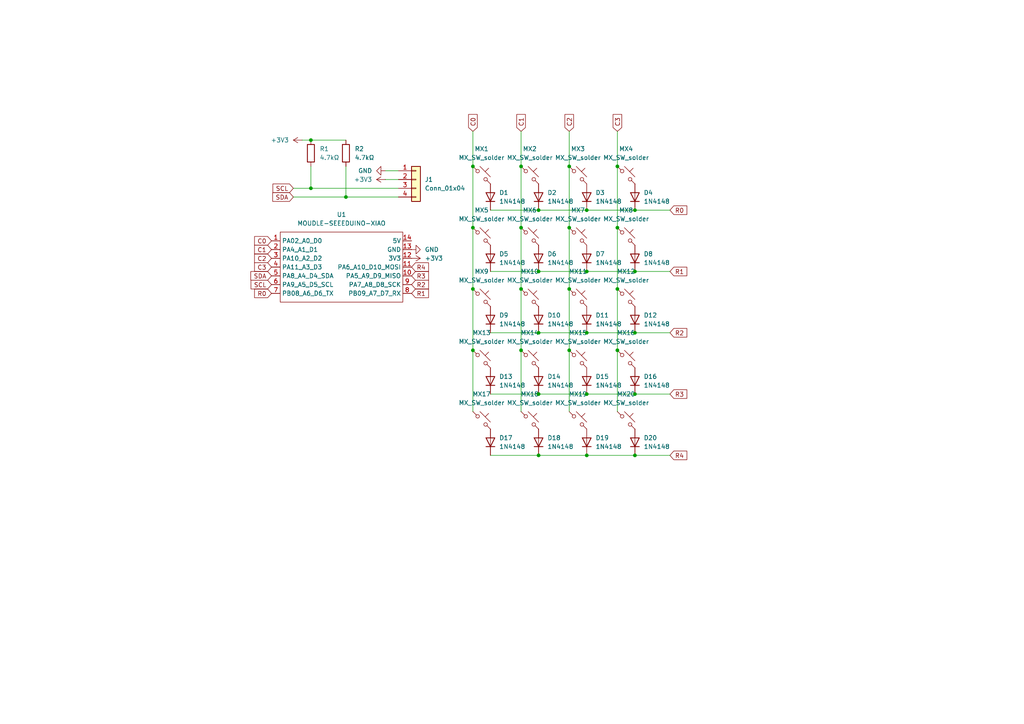
<source format=kicad_sch>
(kicad_sch (version 20231120) (generator "eeschema") (generator_version "8.0")
  (paper "A4")
  (lib_symbols
    (symbol "Connector_Generic:Conn_01x04" (pin_names (offset 1.016) hide)
      (property "Reference" "J" (at 0 5.08 0))
      (property "Value" "Conn_01x04" (at 0 -7.62 0))
      (symbol "Conn_01x04_1_1"
        (rectangle (start -1.27 -4.953) (end 0 -5.207) (stroke (width 0.1524)))
        (rectangle (start -1.27 -2.413) (end 0 -2.667) (stroke (width 0.1524)))
        (rectangle (start -1.27 0.127) (end 0 -0.127) (stroke (width 0.1524)))
        (rectangle (start -1.27 2.667) (end 0 2.413) (stroke (width 0.1524)))
        (rectangle (start -1.27 3.81) (end 1.27 -6.35) (stroke (width 0.254)) (fill (type background)))
        (pin passive line (at -5.08 2.54 0) (length 3.81) (name "Pin_1") (number "1"))
        (pin passive line (at -5.08 0 0) (length 3.81) (name "Pin_2") (number "2"))
        (pin passive line (at -5.08 -2.54 0) (length 3.81) (name "Pin_3") (number "3"))
        (pin passive line (at -5.08 -5.08 0) (length 3.81) (name "Pin_4") (number "4"))
      )
    )
    (symbol "Device:R" (pin_numbers hide) (pin_names (offset 0))
      (property "Reference" "R" (at 2.032 0 90))
      (property "Value" "R" (at 0 0 90))
      (symbol "R_0_1"
        (rectangle (start -1.016 -2.54) (end 1.016 2.54) (stroke (width 0.254)))
      )
      (symbol "R_1_1"
        (pin passive line (at 0 3.81 270) (length 1.27) (name "~") (number "1"))
        (pin passive line (at 0 -3.81 90) (length 1.27) (name "~") (number "2"))
      )
    )
    (symbol "Diode:1N4148" (pin_numbers hide) (pin_names hide)
      (property "Reference" "D" (at 0 2.54 0))
      (property "Value" "1N4148" (at 0 -2.54 0))
      (symbol "1N4148_0_1"
        (polyline (pts (xy -1.27 1.27) (xy -1.27 -1.27)) (stroke (width 0.254)))
        (polyline (pts (xy 1.27 0) (xy -1.27 0)))
        (polyline (pts (xy 1.27 1.27) (xy 1.27 -1.27) (xy -1.27 0) (xy 1.27 1.27)) (stroke (width 0.254)))
      )
      (symbol "1N4148_1_1"
        (pin passive line (at -3.81 0 0) (length 2.54) (name "K") (number "1"))
        (pin passive line (at 3.81 0 180) (length 2.54) (name "A") (number "2"))
      )
    )
    (symbol "PCM_marbastlib-mx:MX_SW_solder" (pin_numbers hide) (pin_names (offset 1.016) hide)
      (property "Reference" "MX" (at 3.048 1.016 0))
      (property "Value" "MX_SW_solder" (at 0 -3.81 0))
      (symbol "MX_SW_solder_0_1"
        (circle (center -1.1684 1.1684) (radius 0.508))
        (polyline (pts (xy -0.508 2.54) (xy 2.54 -0.508)))
        (polyline (pts (xy 1.016 1.016) (xy 2.032 2.032)))
        (polyline (pts (xy -2.54 2.54) (xy -1.524 1.524) (xy -1.524 1.524)))
        (polyline (pts (xy 1.524 -1.524) (xy 2.54 -2.54) (xy 2.54 -2.54) (xy 2.54 -2.54)))
        (circle (center 1.143 -1.1938) (radius 0.508))
        (pin passive line (at -2.54 2.54 0) (length 0) (name "1") (number "1"))
        (pin passive line (at 2.54 -2.54 180) (length 0) (name "2") (number "2"))
      )
    )
    (symbol "XIAO:MOUDLE-SEEEDUINO-XIAO"
      (property "Reference" "U" (at -16.51 11.43 0))
      (property "Value" "MOUDLE-SEEEDUINO-XIAO" (at -3.81 -11.43 0))
      (symbol "MOUDLE-SEEEDUINO-XIAO_0_1"
        (rectangle (start -16.51 10.16) (end 19.05 -10.16))
      )
      (symbol "MOUDLE-SEEEDUINO-XIAO_1_1"
        (pin passive line (at -19.05 7.62 0) (length 2.54) (name "PA02_A0_D0") (number "1"))
        (pin passive line (at 21.59 -2.54 180) (length 2.54) (name "PA5_A9_D9_MISO") (number "10"))
        (pin passive line (at 21.59 0 180) (length 2.54) (name "PA6_A10_D10_MOSI") (number "11"))
        (pin passive line (at 21.59 2.54 180) (length 2.54) (name "3V3") (number "12"))
        (pin passive line (at 21.59 5.08 180) (length 2.54) (name "GND") (number "13"))
        (pin passive line (at 21.59 7.62 180) (length 2.54) (name "5V") (number "14"))
        (pin passive line (at -19.05 5.08 0) (length 2.54) (name "PA4_A1_D1") (number "2"))
        (pin passive line (at -19.05 2.54 0) (length 2.54) (name "PA10_A2_D2") (number "3"))
        (pin passive line (at -19.05 0 0) (length 2.54) (name "PA11_A3_D3") (number "4"))
        (pin passive line (at -19.05 -2.54 0) (length 2.54) (name "PA8_A4_D4_SDA") (number "5"))
        (pin passive line (at -19.05 -5.08 0) (length 2.54) (name "PA9_A5_D5_SCL") (number "6"))
        (pin passive line (at -19.05 -7.62 0) (length 2.54) (name "PB08_A6_D6_TX") (number "7"))
        (pin passive line (at 21.59 -7.62 180) (length 2.54) (name "PB09_A7_D7_RX") (number "8"))
        (pin passive line (at 21.59 -5.08 180) (length 2.54) (name "PA7_A8_D8_SCK") (number "9"))
      )
    )
    (symbol "power:+3V3" (power) (pin_numbers hide) (pin_names (offset 0) hide)
      (property "Value" "+3V3" (at 0 3.556 0))
      (symbol "+3V3_0_1"
        (polyline (pts (xy -0.762 1.27) (xy 0 2.54)))
        (polyline (pts (xy 0 0) (xy 0 2.54)))
        (polyline (pts (xy 0 2.54) (xy 0.762 1.27)))
      )
      (symbol "+3V3_1_1"
        (pin power_in line (at 0 0 90) (length 0) (name "~") (number "1"))
      )
    )
    (symbol "power:GND" (power) (pin_numbers hide) (pin_names (offset 0) hide)
      (property "Value" "GND" (at 0 -3.81 0))
      (symbol "GND_0_1"
        (polyline (pts (xy 0 0) (xy 0 -1.27) (xy 1.27 -1.27) (xy 0 -2.54) (xy -1.27 -1.27) (xy 0 -1.27)))
      )
      (symbol "GND_1_1"
        (pin power_in line (at 0 0 270) (length 0) (name "~") (number "1"))
      )
    )
  )
  (junction (at 156.21 78.74))
  (junction (at 100.33 57.15))
  (junction (at 137.16 101.6))
  (junction (at 151.13 48.26))
  (junction (at 184.15 132.08))
  (junction (at 184.15 96.52))
  (junction (at 156.21 114.3))
  (junction (at 156.21 132.08))
  (junction (at 137.16 48.26))
  (junction (at 151.13 101.6))
  (junction (at 151.13 83.82))
  (junction (at 170.18 132.08))
  (junction (at 156.21 60.96))
  (junction (at 165.1 48.26))
  (junction (at 170.18 114.3))
  (junction (at 165.1 101.6))
  (junction (at 156.21 96.52))
  (junction (at 170.18 78.74))
  (junction (at 179.07 66.04))
  (junction (at 184.15 78.74))
  (junction (at 137.16 66.04))
  (junction (at 165.1 66.04))
  (junction (at 151.13 66.04))
  (junction (at 179.07 101.6))
  (junction (at 184.15 60.96))
  (junction (at 179.07 48.26))
  (junction (at 165.1 83.82))
  (junction (at 184.15 114.3))
  (junction (at 170.18 96.52))
  (junction (at 90.17 54.61))
  (junction (at 179.07 83.82))
  (junction (at 170.18 60.96))
  (junction (at 90.17 40.64))
  (junction (at 137.16 83.82))
  (wire (pts (xy 179.07 101.6) (xy 179.07 119.38)))
  (wire (pts (xy 165.1 83.82) (xy 165.1 101.6)))
  (wire (pts (xy 170.18 60.96) (xy 184.15 60.96)))
  (wire (pts (xy 137.16 38.1) (xy 137.16 48.26)))
  (wire (pts (xy 156.21 132.08) (xy 170.18 132.08)))
  (wire (pts (xy 170.18 132.08) (xy 184.15 132.08)))
  (wire (pts (xy 142.24 60.96) (xy 156.21 60.96)))
  (wire (pts (xy 156.21 60.96) (xy 170.18 60.96)))
  (wire (pts (xy 137.16 48.26) (xy 137.16 66.04)))
  (wire (pts (xy 111.76 52.07) (xy 115.57 52.07)))
  (wire (pts (xy 137.16 101.6) (xy 137.16 119.38)))
  (wire (pts (xy 90.17 40.64) (xy 100.33 40.64)))
  (wire (pts (xy 142.24 96.52) (xy 156.21 96.52)))
  (wire (pts (xy 87.63 40.64) (xy 90.17 40.64)))
  (wire (pts (xy 90.17 48.26) (xy 90.17 54.61)))
  (wire (pts (xy 170.18 78.74) (xy 184.15 78.74)))
  (wire (pts (xy 179.07 66.04) (xy 179.07 83.82)))
  (wire (pts (xy 184.15 96.52) (xy 194.31 96.52)))
  (wire (pts (xy 100.33 57.15) (xy 115.57 57.15)))
  (wire (pts (xy 165.1 48.26) (xy 165.1 66.04)))
  (wire (pts (xy 165.1 101.6) (xy 165.1 119.38)))
  (wire (pts (xy 179.07 83.82) (xy 179.07 101.6)))
  (wire (pts (xy 100.33 48.26) (xy 100.33 57.15)))
  (wire (pts (xy 142.24 78.74) (xy 156.21 78.74)))
  (wire (pts (xy 151.13 66.04) (xy 151.13 83.82)))
  (wire (pts (xy 85.09 54.61) (xy 90.17 54.61)))
  (wire (pts (xy 142.24 114.3) (xy 156.21 114.3)))
  (wire (pts (xy 165.1 38.1) (xy 165.1 48.26)))
  (wire (pts (xy 184.15 78.74) (xy 194.31 78.74)))
  (wire (pts (xy 179.07 48.26) (xy 179.07 66.04)))
  (wire (pts (xy 90.17 54.61) (xy 115.57 54.61)))
  (wire (pts (xy 151.13 101.6) (xy 151.13 119.38)))
  (wire (pts (xy 194.31 132.08) (xy 184.15 132.08)))
  (wire (pts (xy 142.24 132.08) (xy 156.21 132.08)))
  (wire (pts (xy 151.13 38.1) (xy 151.13 48.26)))
  (wire (pts (xy 170.18 96.52) (xy 184.15 96.52)))
  (wire (pts (xy 194.31 114.3) (xy 184.15 114.3)))
  (wire (pts (xy 111.76 49.53) (xy 115.57 49.53)))
  (wire (pts (xy 156.21 114.3) (xy 170.18 114.3)))
  (wire (pts (xy 156.21 96.52) (xy 170.18 96.52)))
  (wire (pts (xy 137.16 66.04) (xy 137.16 83.82)))
  (wire (pts (xy 179.07 38.1) (xy 179.07 48.26)))
  (wire (pts (xy 151.13 83.82) (xy 151.13 101.6)))
  (wire (pts (xy 165.1 66.04) (xy 165.1 83.82)))
  (wire (pts (xy 85.09 57.15) (xy 100.33 57.15)))
  (wire (pts (xy 151.13 48.26) (xy 151.13 66.04)))
  (wire (pts (xy 194.31 60.96) (xy 184.15 60.96)))
  (wire (pts (xy 137.16 83.82) (xy 137.16 101.6)))
  (wire (pts (xy 170.18 114.3) (xy 184.15 114.3)))
  (wire (pts (xy 156.21 78.74) (xy 170.18 78.74)))
  (global_label "C1" (shape input) (at 151.13 38.1 90) (property "Intersheetrefs" "${INTERSHEET_REFS}" (effects (hide yes))))
  (global_label "R4" (shape input) (at 119.38 77.47 0) (property "Intersheetrefs" "${INTERSHEET_REFS}" (effects (hide yes))))
  (global_label "C3" (shape input) (at 179.07 38.1 90) (property "Intersheetrefs" "${INTERSHEET_REFS}" (effects (hide yes))))
  (global_label "R4" (shape input) (at 194.31 132.08 0) (property "Intersheetrefs" "${INTERSHEET_REFS}" (effects (hide yes))))
  (global_label "R2" (shape input) (at 194.31 96.52 0) (property "Intersheetrefs" "${INTERSHEET_REFS}" (effects (hide yes))))
  (global_label "C0" (shape input) (at 137.16 38.1 90) (property "Intersheetrefs" "${INTERSHEET_REFS}" (effects (hide yes))))
  (global_label "R0" (shape input) (at 194.31 60.96 0) (property "Intersheetrefs" "${INTERSHEET_REFS}" (effects (hide yes))))
  (global_label "SCL" (shape input) (at 85.09 54.61 180) (property "Intersheetrefs" "${INTERSHEET_REFS}" (effects (hide yes))))
  (global_label "R1" (shape input) (at 194.31 78.74 0) (property "Intersheetrefs" "${INTERSHEET_REFS}" (effects (hide yes))))
  (global_label "C2" (shape input) (at 165.1 38.1 90) (property "Intersheetrefs" "${INTERSHEET_REFS}" (effects (hide yes))))
  (global_label "SCL" (shape input) (at 78.74 82.55 180) (property "Intersheetrefs" "${INTERSHEET_REFS}" (effects (hide yes))))
  (global_label "SDA" (shape input) (at 85.09 57.15 180) (property "Intersheetrefs" "${INTERSHEET_REFS}" (effects (hide yes))))
  (global_label "C1" (shape input) (at 78.74 72.39 180) (property "Intersheetrefs" "${INTERSHEET_REFS}" (effects (hide yes))))
  (global_label "R0" (shape input) (at 78.74 85.09 180) (property "Intersheetrefs" "${INTERSHEET_REFS}" (effects (hide yes))))
  (global_label "C3" (shape input) (at 78.74 77.47 180) (property "Intersheetrefs" "${INTERSHEET_REFS}" (effects (hide yes))))
  (global_label "C2" (shape input) (at 78.74 74.93 180) (property "Intersheetrefs" "${INTERSHEET_REFS}" (effects (hide yes))))
  (global_label "R3" (shape input) (at 119.38 80.01 0) (property "Intersheetrefs" "${INTERSHEET_REFS}" (effects (hide yes))))
  (global_label "R1" (shape input) (at 119.38 85.09 0) (property "Intersheetrefs" "${INTERSHEET_REFS}" (effects (hide yes))))
  (global_label "R2" (shape input) (at 119.38 82.55 0) (property "Intersheetrefs" "${INTERSHEET_REFS}" (effects (hide yes))))
  (global_label "C0" (shape input) (at 78.74 69.85 180) (property "Intersheetrefs" "${INTERSHEET_REFS}" (effects (hide yes))))
  (global_label "SDA" (shape input) (at 78.74 80.01 180) (property "Intersheetrefs" "${INTERSHEET_REFS}" (effects (hide yes))))
  (global_label "R3" (shape input) (at 194.31 114.3 0) (property "Intersheetrefs" "${INTERSHEET_REFS}" (effects (hide yes))))
  (symbol (lib_id "power:+3V3") (at 119.38 74.93 270) (unit 1)
    (property "Reference" "#PWR04" (effects (hide yes)))
    (property "Value" "+3V3" (at 123.19 74.9299 90) (effects (justify left)))
    (property "Description" "Power symbol creates a global label with name \"+3V3\"" (effects (hide yes)))
  )
  (symbol (lib_id "Diode:1N4148") (at 170.18 57.15 90) (unit 1)
    (property "Reference" "D3" (at 172.72 55.8799 90) (effects (justify right)))
    (property "Value" "1N4148" (at 172.72 58.4199 90) (effects (justify right)))
    (property "Footprint" "Diode_THT:D_DO-35_SOD27_P7.62mm_Horizontal" (effects (hide yes)))
    (property "Datasheet" "https://assets.nexperia.com/documents/data-sheet/1N4148_1N4448.pdf" (effects (hide yes)))
    (property "Description" "100V 0.15A standard switching diode, DO-35" (effects (hide yes)))
    (property "Sim.Device" "D" (effects (hide yes)))
    (property "Sim.Pins" "1=K 2=A" (effects (hide yes)))
  )
  (symbol (lib_id "PCM_marbastlib-mx:MX_SW_solder") (at 167.64 104.14 0) (unit 1)
    (property "Reference" "MX15" (at 167.64 96.52 0))
    (property "Value" "MX_SW_solder" (at 167.64 99.06 0))
    (property "Footprint" "Button_Switch_Keyboard:SW_Cherry_MX_1.00u_PCB" (effects (hide yes)))
    (property "Description" "Push button switch, normally open, two pins, 45° tilted" (effects (hide yes)))
  )
  (symbol (lib_id "Diode:1N4148") (at 184.15 110.49 90) (unit 1)
    (property "Reference" "D16" (at 186.69 109.2199 90) (effects (justify right)))
    (property "Value" "1N4148" (at 186.69 111.7599 90) (effects (justify right)))
    (property "Footprint" "Diode_THT:D_DO-35_SOD27_P7.62mm_Horizontal" (effects (hide yes)))
    (property "Datasheet" "https://assets.nexperia.com/documents/data-sheet/1N4148_1N4448.pdf" (effects (hide yes)))
    (property "Description" "100V 0.15A standard switching diode, DO-35" (effects (hide yes)))
    (property "Sim.Device" "D" (effects (hide yes)))
    (property "Sim.Pins" "1=K 2=A" (effects (hide yes)))
  )
  (symbol (lib_id "Diode:1N4148") (at 170.18 110.49 90) (unit 1)
    (property "Reference" "D15" (at 172.72 109.2199 90) (effects (justify right)))
    (property "Value" "1N4148" (at 172.72 111.7599 90) (effects (justify right)))
    (property "Footprint" "Diode_THT:D_DO-35_SOD27_P7.62mm_Horizontal" (effects (hide yes)))
    (property "Datasheet" "https://assets.nexperia.com/documents/data-sheet/1N4148_1N4448.pdf" (effects (hide yes)))
    (property "Description" "100V 0.15A standard switching diode, DO-35" (effects (hide yes)))
    (property "Sim.Device" "D" (effects (hide yes)))
    (property "Sim.Pins" "1=K 2=A" (effects (hide yes)))
  )
  (symbol (lib_id "Diode:1N4148") (at 142.24 128.27 90) (unit 1)
    (property "Reference" "D17" (at 144.78 126.9999 90) (effects (justify right)))
    (property "Value" "1N4148" (at 144.78 129.5399 90) (effects (justify right)))
    (property "Footprint" "Diode_THT:D_DO-35_SOD27_P7.62mm_Horizontal" (effects (hide yes)))
    (property "Datasheet" "https://assets.nexperia.com/documents/data-sheet/1N4148_1N4448.pdf" (effects (hide yes)))
    (property "Description" "100V 0.15A standard switching diode, DO-35" (effects (hide yes)))
    (property "Sim.Device" "D" (effects (hide yes)))
    (property "Sim.Pins" "1=K 2=A" (effects (hide yes)))
  )
  (symbol (lib_id "PCM_marbastlib-mx:MX_SW_solder") (at 167.64 121.92 0) (unit 1)
    (property "Reference" "MX19" (at 167.64 114.3 0))
    (property "Value" "MX_SW_solder" (at 167.64 116.84 0))
    (property "Footprint" "Button_Switch_Keyboard:SW_Cherry_MX_1.00u_PCB" (effects (hide yes)))
    (property "Description" "Push button switch, normally open, two pins, 45° tilted" (effects (hide yes)))
  )
  (symbol (lib_id "Diode:1N4148") (at 170.18 92.71 90) (unit 1)
    (property "Reference" "D11" (at 172.72 91.4399 90) (effects (justify right)))
    (property "Value" "1N4148" (at 172.72 93.9799 90) (effects (justify right)))
    (property "Footprint" "Diode_THT:D_DO-35_SOD27_P7.62mm_Horizontal" (effects (hide yes)))
    (property "Datasheet" "https://assets.nexperia.com/documents/data-sheet/1N4148_1N4448.pdf" (effects (hide yes)))
    (property "Description" "100V 0.15A standard switching diode, DO-35" (effects (hide yes)))
    (property "Sim.Device" "D" (effects (hide yes)))
    (property "Sim.Pins" "1=K 2=A" (effects (hide yes)))
  )
  (symbol (lib_id "Diode:1N4148") (at 156.21 74.93 90) (unit 1)
    (property "Reference" "D6" (at 158.75 73.6599 90) (effects (justify right)))
    (property "Value" "1N4148" (at 158.75 76.1999 90) (effects (justify right)))
    (property "Footprint" "Diode_THT:D_DO-35_SOD27_P7.62mm_Horizontal" (effects (hide yes)))
    (property "Datasheet" "https://assets.nexperia.com/documents/data-sheet/1N4148_1N4448.pdf" (effects (hide yes)))
    (property "Description" "100V 0.15A standard switching diode, DO-35" (effects (hide yes)))
    (property "Sim.Device" "D" (effects (hide yes)))
    (property "Sim.Pins" "1=K 2=A" (effects (hide yes)))
  )
  (symbol (lib_id "Diode:1N4148") (at 184.15 92.71 90) (unit 1)
    (property "Reference" "D12" (at 186.69 91.4399 90) (effects (justify right)))
    (property "Value" "1N4148" (at 186.69 93.9799 90) (effects (justify right)))
    (property "Footprint" "Diode_THT:D_DO-35_SOD27_P7.62mm_Horizontal" (effects (hide yes)))
    (property "Datasheet" "https://assets.nexperia.com/documents/data-sheet/1N4148_1N4448.pdf" (effects (hide yes)))
    (property "Description" "100V 0.15A standard switching diode, DO-35" (effects (hide yes)))
    (property "Sim.Device" "D" (effects (hide yes)))
    (property "Sim.Pins" "1=K 2=A" (effects (hide yes)))
  )
  (symbol (lib_id "Diode:1N4148") (at 142.24 92.71 90) (unit 1)
    (property "Reference" "D9" (at 144.78 91.4399 90) (effects (justify right)))
    (property "Value" "1N4148" (at 144.78 93.9799 90) (effects (justify right)))
    (property "Footprint" "Diode_THT:D_DO-35_SOD27_P7.62mm_Horizontal" (effects (hide yes)))
    (property "Datasheet" "https://assets.nexperia.com/documents/data-sheet/1N4148_1N4448.pdf" (effects (hide yes)))
    (property "Description" "100V 0.15A standard switching diode, DO-35" (effects (hide yes)))
    (property "Sim.Device" "D" (effects (hide yes)))
    (property "Sim.Pins" "1=K 2=A" (effects (hide yes)))
  )
  (symbol (lib_id "PCM_marbastlib-mx:MX_SW_solder") (at 181.61 121.92 0) (unit 1)
    (property "Reference" "MX20" (at 181.61 114.3 0))
    (property "Value" "MX_SW_solder" (at 181.61 116.84 0))
    (property "Footprint" "Button_Switch_Keyboard:SW_Cherry_MX_1.00u_PCB" (effects (hide yes)))
    (property "Description" "Push button switch, normally open, two pins, 45° tilted" (effects (hide yes)))
  )
  (symbol (lib_id "PCM_marbastlib-mx:MX_SW_solder") (at 153.67 68.58 0) (unit 1)
    (property "Reference" "MX6" (at 153.67 60.96 0))
    (property "Value" "MX_SW_solder" (at 153.67 63.5 0))
    (property "Footprint" "Button_Switch_Keyboard:SW_Cherry_MX_1.00u_PCB" (effects (hide yes)))
    (property "Description" "Push button switch, normally open, two pins, 45° tilted" (effects (hide yes)))
  )
  (symbol (lib_id "PCM_marbastlib-mx:MX_SW_solder") (at 139.7 86.36 0) (unit 1)
    (property "Reference" "MX9" (at 139.7 78.74 0))
    (property "Value" "MX_SW_solder" (at 139.7 81.28 0))
    (property "Footprint" "Button_Switch_Keyboard:SW_Cherry_MX_1.00u_PCB" (effects (hide yes)))
    (property "Description" "Push button switch, normally open, two pins, 45° tilted" (effects (hide yes)))
  )
  (symbol (lib_id "Diode:1N4148") (at 156.21 92.71 90) (unit 1)
    (property "Reference" "D10" (at 158.75 91.4399 90) (effects (justify right)))
    (property "Value" "1N4148" (at 158.75 93.9799 90) (effects (justify right)))
    (property "Footprint" "Diode_THT:D_DO-35_SOD27_P7.62mm_Horizontal" (effects (hide yes)))
    (property "Datasheet" "https://assets.nexperia.com/documents/data-sheet/1N4148_1N4448.pdf" (effects (hide yes)))
    (property "Description" "100V 0.15A standard switching diode, DO-35" (effects (hide yes)))
    (property "Sim.Device" "D" (effects (hide yes)))
    (property "Sim.Pins" "1=K 2=A" (effects (hide yes)))
  )
  (symbol (lib_id "Diode:1N4148") (at 184.15 128.27 90) (unit 1)
    (property "Reference" "D20" (at 186.69 126.9999 90) (effects (justify right)))
    (property "Value" "1N4148" (at 186.69 129.5399 90) (effects (justify right)))
    (property "Footprint" "Diode_THT:D_DO-35_SOD27_P7.62mm_Horizontal" (effects (hide yes)))
    (property "Datasheet" "https://assets.nexperia.com/documents/data-sheet/1N4148_1N4448.pdf" (effects (hide yes)))
    (property "Description" "100V 0.15A standard switching diode, DO-35" (effects (hide yes)))
    (property "Sim.Device" "D" (effects (hide yes)))
    (property "Sim.Pins" "1=K 2=A" (effects (hide yes)))
  )
  (symbol (lib_id "PCM_marbastlib-mx:MX_SW_solder") (at 153.67 50.8 0) (unit 1)
    (property "Reference" "MX2" (at 153.67 43.18 0))
    (property "Value" "MX_SW_solder" (at 153.67 45.72 0))
    (property "Footprint" "Button_Switch_Keyboard:SW_Cherry_MX_1.00u_PCB" (effects (hide yes)))
    (property "Description" "Push button switch, normally open, two pins, 45° tilted" (effects (hide yes)))
  )
  (symbol (lib_id "Diode:1N4148") (at 184.15 57.15 90) (unit 1)
    (property "Reference" "D4" (at 186.69 55.8799 90) (effects (justify right)))
    (property "Value" "1N4148" (at 186.69 58.4199 90) (effects (justify right)))
    (property "Footprint" "Diode_THT:D_DO-35_SOD27_P7.62mm_Horizontal" (effects (hide yes)))
    (property "Datasheet" "https://assets.nexperia.com/documents/data-sheet/1N4148_1N4448.pdf" (effects (hide yes)))
    (property "Description" "100V 0.15A standard switching diode, DO-35" (effects (hide yes)))
    (property "Sim.Device" "D" (effects (hide yes)))
    (property "Sim.Pins" "1=K 2=A" (effects (hide yes)))
  )
  (symbol (lib_id "PCM_marbastlib-mx:MX_SW_solder") (at 153.67 86.36 0) (unit 1)
    (property "Reference" "MX10" (at 153.67 78.74 0))
    (property "Value" "MX_SW_solder" (at 153.67 81.28 0))
    (property "Footprint" "Button_Switch_Keyboard:SW_Cherry_MX_1.00u_PCB" (effects (hide yes)))
    (property "Description" "Push button switch, normally open, two pins, 45° tilted" (effects (hide yes)))
  )
  (symbol (lib_id "PCM_marbastlib-mx:MX_SW_solder") (at 139.7 50.8 0) (unit 1)
    (property "Reference" "MX1" (at 139.7 43.18 0))
    (property "Value" "MX_SW_solder" (at 139.7 45.72 0))
    (property "Footprint" "Button_Switch_Keyboard:SW_Cherry_MX_1.00u_PCB" (effects (hide yes)))
    (property "Description" "Push button switch, normally open, two pins, 45° tilted" (effects (hide yes)))
  )
  (symbol (lib_id "power:+3V3") (at 87.63 40.64 90) (unit 1)
    (property "Reference" "#PWR05" (effects (hide yes)))
    (property "Value" "+3V3" (at 83.82 40.6399 90) (effects (justify left)))
    (property "Description" "Power symbol creates a global label with name \"+3V3\"" (effects (hide yes)))
  )
  (symbol (lib_id "Diode:1N4148") (at 156.21 128.27 90) (unit 1)
    (property "Reference" "D18" (at 158.75 126.9999 90) (effects (justify right)))
    (property "Value" "1N4148" (at 158.75 129.5399 90) (effects (justify right)))
    (property "Footprint" "Diode_THT:D_DO-35_SOD27_P7.62mm_Horizontal" (effects (hide yes)))
    (property "Datasheet" "https://assets.nexperia.com/documents/data-sheet/1N4148_1N4448.pdf" (effects (hide yes)))
    (property "Description" "100V 0.15A standard switching diode, DO-35" (effects (hide yes)))
    (property "Sim.Device" "D" (effects (hide yes)))
    (property "Sim.Pins" "1=K 2=A" (effects (hide yes)))
  )
  (symbol (lib_id "PCM_marbastlib-mx:MX_SW_solder") (at 139.7 121.92 0) (unit 1)
    (property "Reference" "MX17" (at 139.7 114.3 0))
    (property "Value" "MX_SW_solder" (at 139.7 116.84 0))
    (property "Footprint" "Button_Switch_Keyboard:SW_Cherry_MX_1.00u_PCB" (effects (hide yes)))
    (property "Description" "Push button switch, normally open, two pins, 45° tilted" (effects (hide yes)))
  )
  (symbol (lib_id "Diode:1N4148") (at 156.21 57.15 90) (unit 1)
    (property "Reference" "D2" (at 158.75 55.8799 90) (effects (justify right)))
    (property "Value" "1N4148" (at 158.75 58.4199 90) (effects (justify right)))
    (property "Footprint" "Diode_THT:D_DO-35_SOD27_P7.62mm_Horizontal" (effects (hide yes)))
    (property "Datasheet" "https://assets.nexperia.com/documents/data-sheet/1N4148_1N4448.pdf" (effects (hide yes)))
    (property "Description" "100V 0.15A standard switching diode, DO-35" (effects (hide yes)))
    (property "Sim.Device" "D" (effects (hide yes)))
    (property "Sim.Pins" "1=K 2=A" (effects (hide yes)))
  )
  (symbol (lib_id "Diode:1N4148") (at 142.24 110.49 90) (unit 1)
    (property "Reference" "D13" (at 144.78 109.2199 90) (effects (justify right)))
    (property "Value" "1N4148" (at 144.78 111.7599 90) (effects (justify right)))
    (property "Footprint" "Diode_THT:D_DO-35_SOD27_P7.62mm_Horizontal" (effects (hide yes)))
    (property "Datasheet" "https://assets.nexperia.com/documents/data-sheet/1N4148_1N4448.pdf" (effects (hide yes)))
    (property "Description" "100V 0.15A standard switching diode, DO-35" (effects (hide yes)))
    (property "Sim.Device" "D" (effects (hide yes)))
    (property "Sim.Pins" "1=K 2=A" (effects (hide yes)))
  )
  (symbol (lib_id "Diode:1N4148") (at 142.24 74.93 90) (unit 1)
    (property "Reference" "D5" (at 144.78 73.6599 90) (effects (justify right)))
    (property "Value" "1N4148" (at 144.78 76.1999 90) (effects (justify right)))
    (property "Footprint" "Diode_THT:D_DO-35_SOD27_P7.62mm_Horizontal" (effects (hide yes)))
    (property "Datasheet" "https://assets.nexperia.com/documents/data-sheet/1N4148_1N4448.pdf" (effects (hide yes)))
    (property "Description" "100V 0.15A standard switching diode, DO-35" (effects (hide yes)))
    (property "Sim.Device" "D" (effects (hide yes)))
    (property "Sim.Pins" "1=K 2=A" (effects (hide yes)))
  )
  (symbol (lib_id "Diode:1N4148") (at 142.24 57.15 90) (unit 1)
    (property "Reference" "D1" (at 144.78 55.8799 90) (effects (justify right)))
    (property "Value" "1N4148" (at 144.78 58.4199 90) (effects (justify right)))
    (property "Footprint" "Diode_THT:D_DO-35_SOD27_P7.62mm_Horizontal" (effects (hide yes)))
    (property "Datasheet" "https://assets.nexperia.com/documents/data-sheet/1N4148_1N4448.pdf" (effects (hide yes)))
    (property "Description" "100V 0.15A standard switching diode, DO-35" (effects (hide yes)))
    (property "Sim.Device" "D" (effects (hide yes)))
    (property "Sim.Pins" "1=K 2=A" (effects (hide yes)))
  )
  (symbol (lib_id "power:GND") (at 119.38 72.39 90) (unit 1)
    (property "Reference" "#PWR03" (effects (hide yes)))
    (property "Value" "GND" (at 123.19 72.3899 90) (effects (justify right)))
    (property "Description" "Power symbol creates a global label with name \"GND\" , ground" (effects (hide yes)))
  )
  (symbol (lib_id "XIAO:MOUDLE-SEEEDUINO-XIAO") (at 97.79 77.47 0) (unit 1)
    (property "Reference" "U1" (at 99.06 62.23 0))
    (property "Value" "MOUDLE-SEEEDUINO-XIAO" (at 99.06 64.77 0))
    (property "Footprint" "XIAO_PCB:MOUDLE14P-2.54-21X17.8MM" (effects (hide yes)))
  )
  (symbol (lib_id "Diode:1N4148") (at 156.21 110.49 90) (unit 1)
    (property "Reference" "D14" (at 158.75 109.2199 90) (effects (justify right)))
    (property "Value" "1N4148" (at 158.75 111.7599 90) (effects (justify right)))
    (property "Footprint" "Diode_THT:D_DO-35_SOD27_P7.62mm_Horizontal" (effects (hide yes)))
    (property "Datasheet" "https://assets.nexperia.com/documents/data-sheet/1N4148_1N4448.pdf" (effects (hide yes)))
    (property "Description" "100V 0.15A standard switching diode, DO-35" (effects (hide yes)))
    (property "Sim.Device" "D" (effects (hide yes)))
    (property "Sim.Pins" "1=K 2=A" (effects (hide yes)))
  )
  (symbol (lib_id "power:GND") (at 111.76 49.53 270) (unit 1)
    (property "Reference" "#PWR02" (effects (hide yes)))
    (property "Value" "GND" (at 107.95 49.5299 90) (effects (justify right)))
    (property "Description" "Power symbol creates a global label with name \"GND\" , ground" (effects (hide yes)))
  )
  (symbol (lib_id "PCM_marbastlib-mx:MX_SW_solder") (at 153.67 104.14 0) (unit 1)
    (property "Reference" "MX14" (at 153.67 96.52 0))
    (property "Value" "MX_SW_solder" (at 153.67 99.06 0))
    (property "Footprint" "Button_Switch_Keyboard:SW_Cherry_MX_1.00u_PCB" (effects (hide yes)))
    (property "Description" "Push button switch, normally open, two pins, 45° tilted" (effects (hide yes)))
  )
  (symbol (lib_id "PCM_marbastlib-mx:MX_SW_solder") (at 167.64 68.58 0) (unit 1)
    (property "Reference" "MX7" (at 167.64 60.96 0))
    (property "Value" "MX_SW_solder" (at 167.64 63.5 0))
    (property "Footprint" "Button_Switch_Keyboard:SW_Cherry_MX_1.00u_PCB" (effects (hide yes)))
    (property "Description" "Push button switch, normally open, two pins, 45° tilted" (effects (hide yes)))
  )
  (symbol (lib_id "PCM_marbastlib-mx:MX_SW_solder") (at 139.7 68.58 0) (unit 1)
    (property "Reference" "MX5" (at 139.7 60.96 0))
    (property "Value" "MX_SW_solder" (at 139.7 63.5 0))
    (property "Footprint" "Button_Switch_Keyboard:SW_Cherry_MX_1.00u_PCB" (effects (hide yes)))
    (property "Description" "Push button switch, normally open, two pins, 45° tilted" (effects (hide yes)))
  )
  (symbol (lib_id "PCM_marbastlib-mx:MX_SW_solder") (at 181.61 68.58 0) (unit 1)
    (property "Reference" "MX8" (at 181.61 60.96 0))
    (property "Value" "MX_SW_solder" (at 181.61 63.5 0))
    (property "Footprint" "Button_Switch_Keyboard:SW_Cherry_MX_1.00u_PCB" (effects (hide yes)))
    (property "Description" "Push button switch, normally open, two pins, 45° tilted" (effects (hide yes)))
  )
  (symbol (lib_id "PCM_marbastlib-mx:MX_SW_solder") (at 153.67 121.92 0) (unit 1)
    (property "Reference" "MX18" (at 153.67 114.3 0))
    (property "Value" "MX_SW_solder" (at 153.67 116.84 0))
    (property "Footprint" "Button_Switch_Keyboard:SW_Cherry_MX_1.00u_PCB" (effects (hide yes)))
    (property "Description" "Push button switch, normally open, two pins, 45° tilted" (effects (hide yes)))
  )
  (symbol (lib_id "PCM_marbastlib-mx:MX_SW_solder") (at 167.64 50.8 0) (unit 1)
    (property "Reference" "MX3" (at 167.64 43.18 0))
    (property "Value" "MX_SW_solder" (at 167.64 45.72 0))
    (property "Footprint" "Button_Switch_Keyboard:SW_Cherry_MX_1.00u_PCB" (effects (hide yes)))
    (property "Description" "Push button switch, normally open, two pins, 45° tilted" (effects (hide yes)))
  )
  (symbol (lib_id "PCM_marbastlib-mx:MX_SW_solder") (at 181.61 50.8 0) (unit 1)
    (property "Reference" "MX4" (at 181.61 43.18 0))
    (property "Value" "MX_SW_solder" (at 181.61 45.72 0))
    (property "Footprint" "Button_Switch_Keyboard:SW_Cherry_MX_1.00u_PCB" (effects (hide yes)))
    (property "Description" "Push button switch, normally open, two pins, 45° tilted" (effects (hide yes)))
  )
  (symbol (lib_id "Device:R") (at 100.33 44.45 0) (unit 1)
    (property "Reference" "R2" (at 102.87 43.1799 0) (effects (justify left)))
    (property "Value" "4.7kΩ" (at 102.87 45.7199 0) (effects (justify left)))
    (property "Footprint" "Resistor_THT:R_Axial_DIN0204_L3.6mm_D1.6mm_P5.08mm_Horizontal" (effects (hide yes)))
    (property "Description" "Resistor" (effects (hide yes)))
  )
  (symbol (lib_id "Diode:1N4148") (at 170.18 74.93 90) (unit 1)
    (property "Reference" "D7" (at 172.72 73.6599 90) (effects (justify right)))
    (property "Value" "1N4148" (at 172.72 76.1999 90) (effects (justify right)))
    (property "Footprint" "Diode_THT:D_DO-35_SOD27_P7.62mm_Horizontal" (effects (hide yes)))
    (property "Datasheet" "https://assets.nexperia.com/documents/data-sheet/1N4148_1N4448.pdf" (effects (hide yes)))
    (property "Description" "100V 0.15A standard switching diode, DO-35" (effects (hide yes)))
    (property "Sim.Device" "D" (effects (hide yes)))
    (property "Sim.Pins" "1=K 2=A" (effects (hide yes)))
  )
  (symbol (lib_id "Diode:1N4148") (at 170.18 128.27 90) (unit 1)
    (property "Reference" "D19" (at 172.72 126.9999 90) (effects (justify right)))
    (property "Value" "1N4148" (at 172.72 129.5399 90) (effects (justify right)))
    (property "Footprint" "Diode_THT:D_DO-35_SOD27_P7.62mm_Horizontal" (effects (hide yes)))
    (property "Datasheet" "https://assets.nexperia.com/documents/data-sheet/1N4148_1N4448.pdf" (effects (hide yes)))
    (property "Description" "100V 0.15A standard switching diode, DO-35" (effects (hide yes)))
    (property "Sim.Device" "D" (effects (hide yes)))
    (property "Sim.Pins" "1=K 2=A" (effects (hide yes)))
  )
  (symbol (lib_id "PCM_marbastlib-mx:MX_SW_solder") (at 181.61 86.36 0) (unit 1)
    (property "Reference" "MX12" (at 181.61 78.74 0))
    (property "Value" "MX_SW_solder" (at 181.61 81.28 0))
    (property "Footprint" "Button_Switch_Keyboard:SW_Cherry_MX_1.00u_PCB" (effects (hide yes)))
    (property "Description" "Push button switch, normally open, two pins, 45° tilted" (effects (hide yes)))
  )
  (symbol (lib_id "Diode:1N4148") (at 184.15 74.93 90) (unit 1)
    (property "Reference" "D8" (at 186.69 73.6599 90) (effects (justify right)))
    (property "Value" "1N4148" (at 186.69 76.1999 90) (effects (justify right)))
    (property "Footprint" "Diode_THT:D_DO-35_SOD27_P7.62mm_Horizontal" (effects (hide yes)))
    (property "Datasheet" "https://assets.nexperia.com/documents/data-sheet/1N4148_1N4448.pdf" (effects (hide yes)))
    (property "Description" "100V 0.15A standard switching diode, DO-35" (effects (hide yes)))
    (property "Sim.Device" "D" (effects (hide yes)))
    (property "Sim.Pins" "1=K 2=A" (effects (hide yes)))
  )
  (symbol (lib_id "Device:R") (at 90.17 44.45 0) (unit 1)
    (property "Reference" "R1" (at 92.71 43.1799 0) (effects (justify left)))
    (property "Value" "4.7kΩ" (at 92.71 45.7199 0) (effects (justify left)))
    (property "Footprint" "Resistor_THT:R_Axial_DIN0204_L3.6mm_D1.6mm_P5.08mm_Horizontal" (effects (hide yes)))
    (property "Description" "Resistor" (effects (hide yes)))
  )
  (symbol (lib_id "PCM_marbastlib-mx:MX_SW_solder") (at 167.64 86.36 0) (unit 1)
    (property "Reference" "MX11" (at 167.64 78.74 0))
    (property "Value" "MX_SW_solder" (at 167.64 81.28 0))
    (property "Footprint" "Button_Switch_Keyboard:SW_Cherry_MX_1.00u_PCB" (effects (hide yes)))
    (property "Description" "Push button switch, normally open, two pins, 45° tilted" (effects (hide yes)))
  )
  (symbol (lib_id "PCM_marbastlib-mx:MX_SW_solder") (at 139.7 104.14 0) (unit 1)
    (property "Reference" "MX13" (at 139.7 96.52 0))
    (property "Value" "MX_SW_solder" (at 139.7 99.06 0))
    (property "Footprint" "Button_Switch_Keyboard:SW_Cherry_MX_1.00u_PCB" (effects (hide yes)))
    (property "Description" "Push button switch, normally open, two pins, 45° tilted" (effects (hide yes)))
  )
  (symbol (lib_id "Connector_Generic:Conn_01x04") (at 120.65 52.07 0) (unit 1)
    (property "Reference" "J1" (at 123.19 52.0699 0) (effects (justify left)))
    (property "Value" "Conn_01x04" (at 123.19 54.6099 0) (effects (justify left)))
    (property "Footprint" "Misc_Custom:SSD1306-0.91-OLED-4pin-128x32" (effects (hide yes)))
    (property "Description" "Generic connector, single row, 01x04, script generated (kicad-library-utils/schlib/autogen/connector/)" (effects (hide yes)))
  )
  (symbol (lib_id "power:+3V3") (at 111.76 52.07 90) (unit 1)
    (property "Reference" "#PWR01" (effects (hide yes)))
    (property "Value" "+3V3" (at 107.95 52.0699 90) (effects (justify left)))
    (property "Description" "Power symbol creates a global label with name \"+3V3\"" (effects (hide yes)))
  )
  (symbol (lib_id "PCM_marbastlib-mx:MX_SW_solder") (at 181.61 104.14 0) (unit 1)
    (property "Reference" "MX16" (at 181.61 96.52 0))
    (property "Value" "MX_SW_solder" (at 181.61 99.06 0))
    (property "Footprint" "Button_Switch_Keyboard:SW_Cherry_MX_1.00u_PCB" (effects (hide yes)))
    (property "Description" "Push button switch, normally open, two pins, 45° tilted" (effects (hide yes)))
  )
)
</source>
